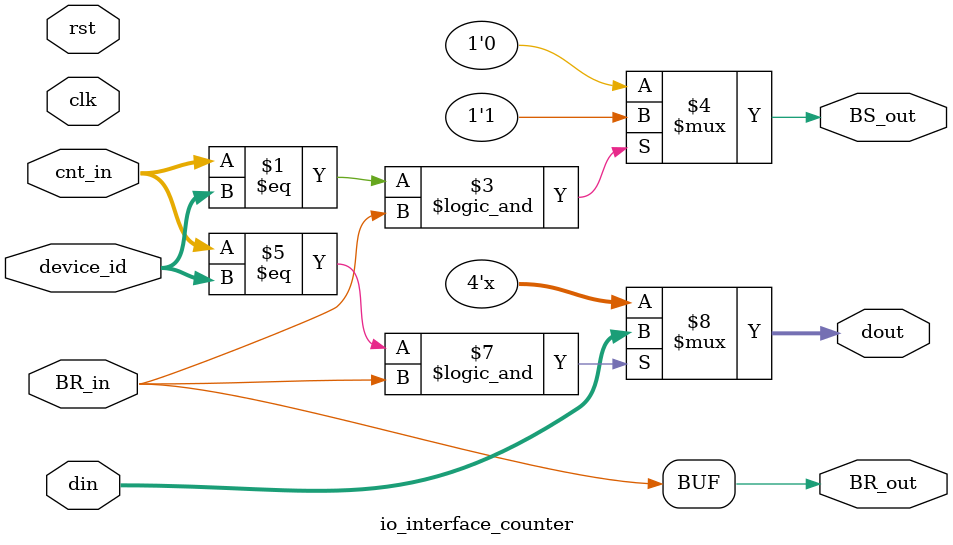
<source format=v>
`timescale 1ns / 1ps

module io_interface_counter(
    input clk,
    input rst,
    input   BR_in,              // Íâ²¿ÊäÈëµÄ×ÜÏßÇëÇó
    output  BR_out,         // Êä³ö£º×ÜÏßÇëÇóÐÅºÅ
    output  BS_out,             // Êä³ö£º×ÜÏßÃ¦ÐÅºÅ
    input   [3:0]din,           // ÇëÇóµØÖ·£ºÍâ²¿ÊäÈë
    output  [3:0]dout,          // ·ÅÔÚµØÖ·×ÜÏßÉÏµÄÊý¾Ý
    input   [1:0] device_id,    // Éè±¸µØÖ·£¨ÅäÖÃ£©
    input   [1:0] cnt_in        // ¼ÆÊýÆ÷ÊäÈë
    );
//    reg BS_out;
// ²»Ê¹ÓÃ×ÜÏßÊ±£¬±ØÐëÊä³ö¸ß×èÌ¬£¨z)
    assign BR_out=BR_in;
    //Éè±¸·¢³öÇëÇóÇÒ¼ÆÊýÆ÷ÖµºÍÉè±¸ºÅÏàÍ¬Ê±£¬×ÜÏßÃ¦£¬Êä³öÊý¾Ý
    assign BS_out=(cnt_in==device_id&&BR_out==1'd1)?1'b1:1'b0;
    assign dout=(cnt_in==device_id&&BR_out==1'd1)?din:4'bzzzz;
endmodule

</source>
